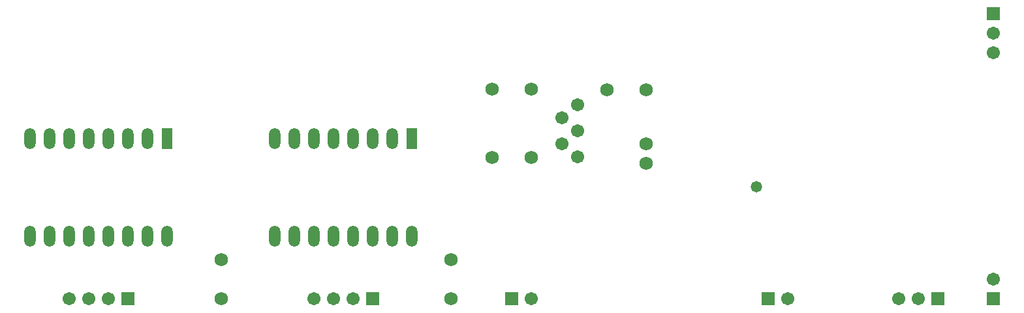
<source format=gbs>
G04 Layer_Color=16711935*
%FSLAX25Y25*%
%MOIN*%
G70*
G01*
G75*
%ADD38R,0.06706X0.06706*%
%ADD39C,0.06706*%
%ADD40O,0.05800X0.10800*%
%ADD41R,0.05800X0.10800*%
%ADD42C,0.06800*%
%ADD43R,0.06706X0.06706*%
%ADD44C,0.05800*%
D38*
X654000Y117500D02*
D03*
X567500D02*
D03*
X365500D02*
D03*
X240500D02*
D03*
X436500D02*
D03*
D39*
X644000D02*
D03*
X634000D02*
D03*
X577500D02*
D03*
X355500D02*
D03*
X345500D02*
D03*
X335500D02*
D03*
X230500D02*
D03*
X220500D02*
D03*
X210500D02*
D03*
X446500D02*
D03*
X682500Y127500D02*
D03*
Y243500D02*
D03*
Y253500D02*
D03*
X470000Y216886D02*
D03*
X462126Y210193D02*
D03*
X470000Y203500D02*
D03*
X462126Y196807D02*
D03*
X470000Y190114D02*
D03*
D40*
X315500Y149500D02*
D03*
X325500D02*
D03*
X335500D02*
D03*
X345500D02*
D03*
X355500D02*
D03*
X365500D02*
D03*
X375500D02*
D03*
X385500D02*
D03*
X315500Y199500D02*
D03*
X325500D02*
D03*
X335500D02*
D03*
X345500D02*
D03*
X355500D02*
D03*
X365500D02*
D03*
X375500D02*
D03*
X190500Y149500D02*
D03*
X200500D02*
D03*
X210500D02*
D03*
X220500D02*
D03*
X230500D02*
D03*
X240500D02*
D03*
X250500D02*
D03*
X260500D02*
D03*
X190500Y199500D02*
D03*
X200500D02*
D03*
X210500D02*
D03*
X220500D02*
D03*
X230500D02*
D03*
X240500D02*
D03*
X250500D02*
D03*
D41*
X385500D02*
D03*
X260500D02*
D03*
D42*
X288000Y137500D02*
D03*
Y117500D02*
D03*
X405500Y137500D02*
D03*
Y117500D02*
D03*
X446500Y225000D02*
D03*
X426500D02*
D03*
X505000Y224500D02*
D03*
X485000D02*
D03*
X505000Y187000D02*
D03*
Y197000D02*
D03*
X446500Y190000D02*
D03*
X426500D02*
D03*
D43*
X682500Y117500D02*
D03*
Y263500D02*
D03*
D44*
X561500Y175000D02*
D03*
M02*

</source>
